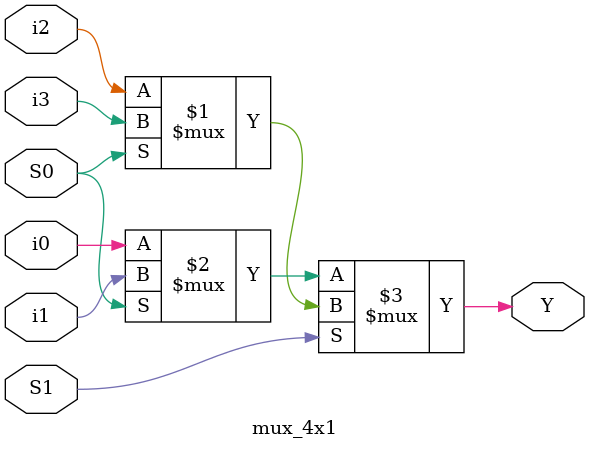
<source format=v>
module mux_4x1 (
  input  wire i0, i1, i2, i3,  
  input  wire S0, S1,          
  output wire Y                 
);

 
  assign Y = S1 ? (S0 ? i3 : i2) : (S0 ? i1 : i0);

endmodule



</source>
